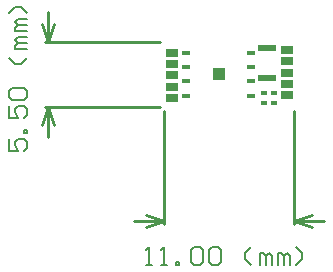
<source format=gbp>
%FSLAX44Y44*%
%MOMM*%
G71*
G01*
G75*
G04 Layer_Color=128*
%ADD10R,0.7000X0.2800*%
%ADD11R,1.0000X1.0000*%
%ADD12R,0.4000X0.4000*%
%ADD13R,0.4000X0.4000*%
%ADD14R,0.5000X0.2500*%
%ADD15R,0.2500X0.5000*%
%ADD16C,0.1100*%
%ADD17C,0.1700*%
%ADD18C,0.1400*%
%ADD19C,0.2540*%
%ADD20C,0.1524*%
%ADD21C,0.3500*%
%ADD22R,1.5000X0.6000*%
%ADD23R,1.0000X1.0000*%
%ADD24R,0.7000X0.4000*%
%ADD25R,0.6000X0.4000*%
%ADD26R,1.0000X0.7000*%
%ADD27C,0.2000*%
%ADD28C,0.2500*%
%ADD29C,0.1500*%
%ADD30C,0.1000*%
D19*
X419360Y845500D02*
X516260D01*
X419360Y790500D02*
X516260D01*
X421900Y765100D02*
Y790500D01*
Y845500D02*
Y870900D01*
X416820Y775260D02*
X421900Y790500D01*
X426980Y775260D01*
X421900Y845500D02*
X426980Y860740D01*
X416820D02*
X421900Y845500D01*
X630000Y690880D02*
Y786760D01*
X520000Y690880D02*
Y786760D01*
X494600Y693420D02*
X520000D01*
X630000D02*
X655400D01*
X504760Y698500D02*
X520000Y693420D01*
X504760Y688340D02*
X520000Y693420D01*
X630000D02*
X645240Y688340D01*
X630000Y693420D02*
X645240Y698500D01*
D20*
X388382Y763152D02*
Y752996D01*
X395999D01*
X393460Y758074D01*
Y760613D01*
X395999Y763152D01*
X401078D01*
X403617Y760613D01*
Y755535D01*
X401078Y752996D01*
X403617Y768231D02*
X401078D01*
Y770770D01*
X403617D01*
Y768231D01*
X388382Y791083D02*
Y780927D01*
X395999D01*
X393460Y786005D01*
Y788544D01*
X395999Y791083D01*
X401078D01*
X403617Y788544D01*
Y783466D01*
X401078Y780927D01*
X390921Y796162D02*
X388382Y798701D01*
Y803779D01*
X390921Y806318D01*
X401078D01*
X403617Y803779D01*
Y798701D01*
X401078Y796162D01*
X390921D01*
X403617Y831710D02*
X398539Y826632D01*
X393460D01*
X388382Y831710D01*
X403617Y839328D02*
X393460D01*
Y841867D01*
X395999Y844406D01*
X403617D01*
X395999D01*
X393460Y846945D01*
X395999Y849484D01*
X403617D01*
Y854563D02*
X393460D01*
Y857102D01*
X395999Y859641D01*
X403617D01*
X395999D01*
X393460Y862180D01*
X395999Y864719D01*
X403617D01*
Y869798D02*
X398539Y874876D01*
X393460D01*
X388382Y869798D01*
X504917Y656854D02*
X509996D01*
X507457D01*
Y672089D01*
X504917Y669550D01*
X517613Y656854D02*
X522692D01*
X520153D01*
Y672089D01*
X517613Y669550D01*
X530309Y656854D02*
Y659393D01*
X532848D01*
Y656854D01*
X530309D01*
X543005Y669550D02*
X545544Y672089D01*
X550623D01*
X553162Y669550D01*
Y659393D01*
X550623Y656854D01*
X545544D01*
X543005Y659393D01*
Y669550D01*
X558240D02*
X560779Y672089D01*
X565858D01*
X568397Y669550D01*
Y659393D01*
X565858Y656854D01*
X560779D01*
X558240Y659393D01*
Y669550D01*
X593789Y656854D02*
X588710Y661932D01*
Y667011D01*
X593789Y672089D01*
X601406Y656854D02*
Y667011D01*
X603945D01*
X606485Y664471D01*
Y656854D01*
Y664471D01*
X609024Y667011D01*
X611563Y664471D01*
Y656854D01*
X616641D02*
Y667011D01*
X619180D01*
X621720Y664471D01*
Y656854D01*
Y664471D01*
X624259Y667011D01*
X626798Y664471D01*
Y656854D01*
X631876D02*
X636955Y661932D01*
Y667011D01*
X631876Y672089D01*
D22*
X607000Y840500D02*
D03*
Y814500D02*
D03*
D23*
X566001Y818000D02*
D03*
D24*
X593501Y836000D02*
D03*
Y824000D02*
D03*
Y812000D02*
D03*
Y800000D02*
D03*
X538501D02*
D03*
Y812000D02*
D03*
Y824000D02*
D03*
Y836000D02*
D03*
D25*
X604500Y793999D02*
D03*
Y801999D02*
D03*
X612502Y794000D02*
D03*
Y802000D02*
D03*
D26*
X623500Y800500D02*
D03*
Y810000D02*
D03*
Y819500D02*
D03*
Y829000D02*
D03*
Y838500D02*
D03*
X526500Y798001D02*
D03*
Y807501D02*
D03*
Y817001D02*
D03*
Y826501D02*
D03*
Y836001D02*
D03*
M02*

</source>
